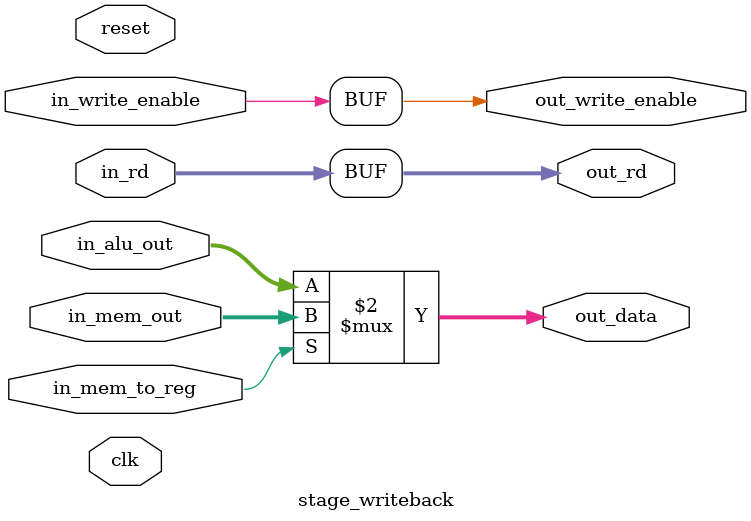
<source format=sv>
module stage_writeback(
    input clk,
    input reset,

    //INPUT
    input [31:0] in_alu_out,
    input [31:0] in_mem_out,
    
    input [4:0] in_rd,
    input in_mem_to_reg,
    input in_write_enable,

    //OUTPUT
    output reg [31:0] out_data,
    output reg [4:0] out_rd,
    output reg out_write_enable
);

always @(*) begin
    out_data <= (in_mem_to_reg) ? in_mem_out : in_alu_out;
    out_rd <= in_rd;
    out_write_enable <= in_write_enable;
end

endmodule

</source>
